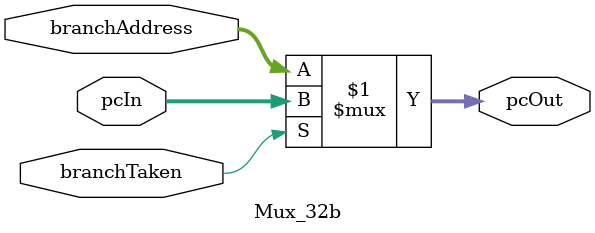
<source format=v>
module Mux_32b(
    input branchTaken, 
    input[31:0] pcIn, branchAddress,
    output[31:0] pcOut
    );

    assign pcOut = branchTaken ? pcIn : branchAddress;
    
endmodule
</source>
